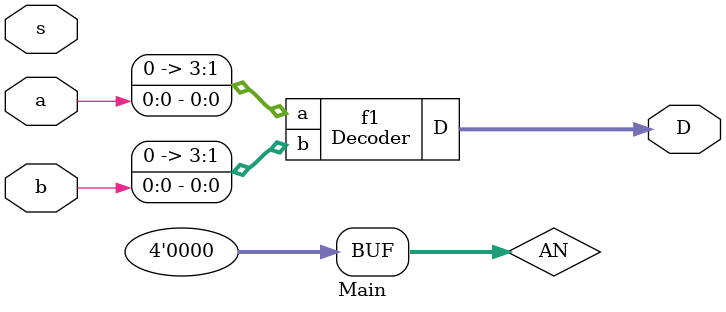
<source format=v>
module Adder_Full( a, b, ci, s, cout );
    input wire a, b, ci;
    output wire s, cout;
    
    assign s = ci ^ (a ^ b);
    assign cout = (ci & (a ^ b)) | (a & b);
    
endmodule

module Adder_4bit( a, b, s);
    input wire [3:0] a, b;
    output wire [4:0] s;
    
    wire c1, c2, c3;
    
    Adder_Full fa0( a[0], b[0], 0, s[0], c1);
    Adder_Full fa1( a[1], b[1], c1, s[1], c2);
    Adder_Full fa2( a[2], b[2], c2, s[2], c3);
    Adder_Full fa3( a[3], b[3], c3, s[3], s[4]);
    
endmodule

module Decoder( a, b, D );
    input wire [3:0] a, b;
    wire [4:0] s;
    output wire [6:0] D;
    
    assign D[0] = (s[3] & s[0] & (s[2] ^ s[1])) | (~s[3] & ~s[1] & (s[2] ^ s[0]));
    //assign D[0] = 1;
    assign D[1] = (~s[3] & s[2] & ~s[1] & s[0]) | (s[1] & s[0] & s[3]) | (s[1] & ~s[0] & s[2]);
    assign D[2] = (s[3] & s[2] & (~s[0] | s[1])) | (~s[3] & ~s[2] & s[1] & ~s[0]);
    assign D[3] = (~s[3] & ~s[1] & ~(s[0] ^ s[2])) | (s[3] & ~s[2] & s[1] & ~s[0]) | (s[1] & s[0] & s[2]);
    assign D[4] = (~s[3] & s[2] & ~s[1]) | s[0] & (~s[3] | (~s[2] & ~s[1]));
    assign D[5] = (~s[3] & ~s[2] & (s[1] | s[0])) | (s[0] & s[1] & ~s[3]) | (s[3] & s[2] & ~s[1] & s[0]);
    assign D[6] = (~s[3] & s[0] & ~(s[2] ^ s[1])) | (s[3] & s[2] & ~s[1] & ~s[0]);

    
endmodule

module Main(a, b, s, D);

input a, b;
input wire [4:0] s;
output wire [6:0] D;

wire [3:0] AN;
assign AN[3:0] = 0;

 Adder_4bit f0( a, b, s);
 Decoder f1( a, b, D );
 
endmodule
</source>
